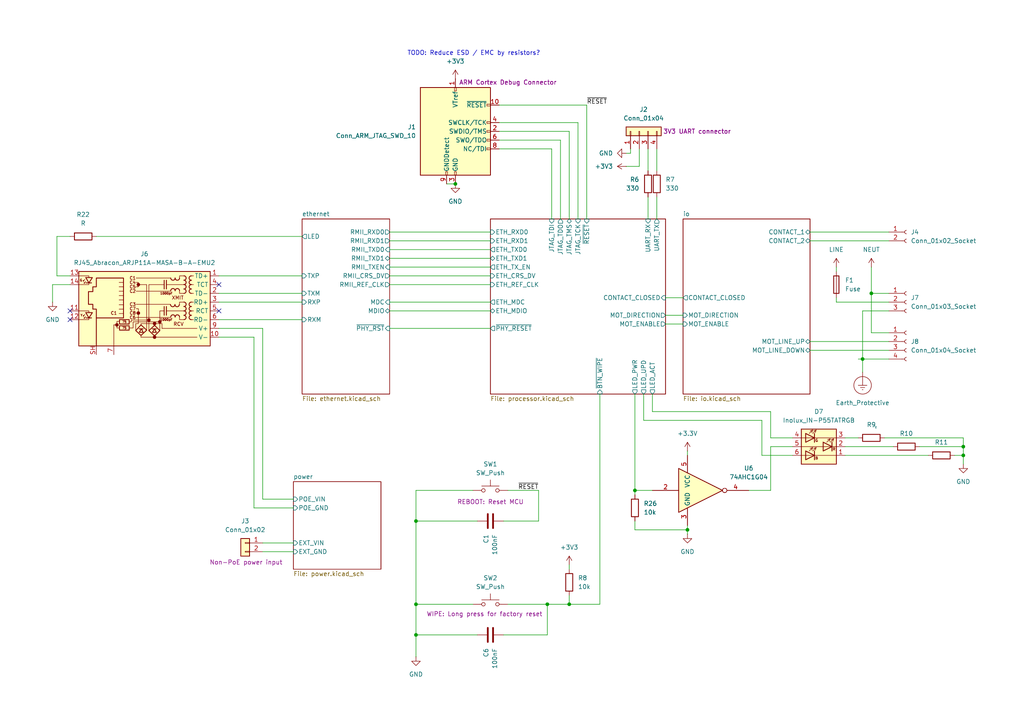
<source format=kicad_sch>
(kicad_sch (version 20250114) (generator "eeschema") (generator_version "9.0")
  (paper "A4")
  (title_block (title "iot-contact"))
  (lib_symbols
    (symbol "74xGxx:74AHC1G04"
      (property "Reference" "U" (at -2.54 3.81 0))
      (property "Value" "74AHC1G04" (at 0 -3.81 0))
      (symbol "74AHC1G04_0_1"
        (polyline (pts (xy -7.62 6.35) (xy -7.62 -6.35) (xy 5.08 0) (xy -7.62 6.35)) (stroke (width 0.254)) (fill (type background)))
      )
      (symbol "74AHC1G04_1_1"
        (pin input line (at -15.24 0 0) (length 7.62) (name "~") (number "2"))
        (pin power_in line (at -5.08 10.16 270) (length 5.08) (name "VCC") (number "5"))
        (pin power_in line (at -5.08 -10.16 90) (length 5.08) (name "GND") (number "3"))
        (pin output inverted (at 12.7 0 180) (length 7.62) (name "~") (number "4"))
      )
    )
    (symbol "Connector:Conn_01x02_Socket" (pin_names (offset 1.016) (hide yes))
      (property "Reference" "J" (at 0 2.54 0))
      (property "Value" "Conn_01x02_Socket" (at 0 -5.08 0))
      (symbol "Conn_01x02_Socket_1_1"
        (polyline (pts (xy -1.27 0) (xy -0.508 0)) (stroke (width 0.1524)))
        (polyline (pts (xy -1.27 -2.54) (xy -0.508 -2.54)) (stroke (width 0.1524)))
        (arc (start 0 -0.508) (mid -0.5058 0) (end 0 0.508) (stroke (width 0.1524)))
        (arc (start 0 -3.048) (mid -0.5058 -2.54) (end 0 -2.032) (stroke (width 0.1524)))
        (pin passive line (at -5.08 0 0) (length 3.81) (name "Pin_1") (number "1"))
        (pin passive line (at -5.08 -2.54 0) (length 3.81) (name "Pin_2") (number "2"))
      )
    )
    (symbol "Connector:Conn_01x03_Socket" (pin_names (offset 1.016) (hide yes))
      (property "Reference" "J" (at 0 5.08 0))
      (property "Value" "Conn_01x03_Socket" (at 0 -5.08 0))
      (symbol "Conn_01x03_Socket_1_1"
        (polyline (pts (xy -1.27 2.54) (xy -0.508 2.54)) (stroke (width 0.1524)))
        (polyline (pts (xy -1.27 0) (xy -0.508 0)) (stroke (width 0.1524)))
        (polyline (pts (xy -1.27 -2.54) (xy -0.508 -2.54)) (stroke (width 0.1524)))
        (arc (start 0 2.032) (mid -0.5058 2.54) (end 0 3.048) (stroke (width 0.1524)))
        (arc (start 0 -0.508) (mid -0.5058 0) (end 0 0.508) (stroke (width 0.1524)))
        (arc (start 0 -3.048) (mid -0.5058 -2.54) (end 0 -2.032) (stroke (width 0.1524)))
        (pin passive line (at -5.08 2.54 0) (length 3.81) (name "Pin_1") (number "1"))
        (pin passive line (at -5.08 0 0) (length 3.81) (name "Pin_2") (number "2"))
        (pin passive line (at -5.08 -2.54 0) (length 3.81) (name "Pin_3") (number "3"))
      )
    )
    (symbol "Connector:Conn_01x04_Socket" (pin_names (offset 1.016) (hide yes))
      (property "Reference" "J" (at 0 5.08 0))
      (property "Value" "Conn_01x04_Socket" (at 0 -7.62 0))
      (symbol "Conn_01x04_Socket_1_1"
        (polyline (pts (xy -1.27 2.54) (xy -0.508 2.54)) (stroke (width 0.1524)))
        (polyline (pts (xy -1.27 0) (xy -0.508 0)) (stroke (width 0.1524)))
        (polyline (pts (xy -1.27 -2.54) (xy -0.508 -2.54)) (stroke (width 0.1524)))
        (polyline (pts (xy -1.27 -5.08) (xy -0.508 -5.08)) (stroke (width 0.1524)))
        (arc (start 0 2.032) (mid -0.5058 2.54) (end 0 3.048) (stroke (width 0.1524)))
        (arc (start 0 -0.508) (mid -0.5058 0) (end 0 0.508) (stroke (width 0.1524)))
        (arc (start 0 -3.048) (mid -0.5058 -2.54) (end 0 -2.032) (stroke (width 0.1524)))
        (arc (start 0 -5.588) (mid -0.5058 -5.08) (end 0 -4.572) (stroke (width 0.1524)))
        (pin passive line (at -5.08 2.54 0) (length 3.81) (name "Pin_1") (number "1"))
        (pin passive line (at -5.08 0 0) (length 3.81) (name "Pin_2") (number "2"))
        (pin passive line (at -5.08 -2.54 0) (length 3.81) (name "Pin_3") (number "3"))
        (pin passive line (at -5.08 -5.08 0) (length 3.81) (name "Pin_4") (number "4"))
      )
    )
    (symbol "Connector:Conn_ARM_JTAG_SWD_10" (pin_names (offset 1.016))
      (property "Reference" "J" (at -2.54 16.51 0))
      (property "Value" "Conn_ARM_JTAG_SWD_10" (at -2.54 13.97 0))
      (symbol "Conn_ARM_JTAG_SWD_10_0_1"
        (rectangle (start -10.16 12.7) (end 10.16 -12.7) (stroke (width 0.254)) (fill (type background)))
        (rectangle (start -2.794 -12.7) (end -2.286 -11.684))
        (rectangle (start -0.254 12.7) (end 0.254 11.684))
        (rectangle (start -0.254 -12.7) (end 0.254 -11.684))
        (rectangle (start 9.144 2.286) (end 10.16 2.794))
        (rectangle (start 10.16 7.874) (end 9.144 7.366))
        (rectangle (start 10.16 -0.254) (end 9.144 0.254))
        (rectangle (start 10.16 -2.794) (end 9.144 -2.286))
      )
      (symbol "Conn_ARM_JTAG_SWD_10_1_1"
        (rectangle (start 9.144 -5.334) (end 10.16 -4.826))
        (pin no_connect line (at -10.16 0 0) (length 2.54) (hide yes) (name "KEY") (number "7"))
        (pin passive line (at -2.54 -15.24 90) (length 2.54) (name "GNDDetect") (number "9"))
        (pin power_in line (at 0 15.24 270) (length 2.54) (name "VTref") (number "1"))
        (pin power_in line (at 0 -15.24 90) (length 2.54) (name "GND") (number "3"))
        (pin passive line (at 0 -15.24 90) (length 2.54) (hide yes) (name "GND") (number "5"))
        (pin open_collector line (at 12.7 7.62 180) (length 2.54) (name "~{RESET}") (number "10"))
        (pin output line (at 12.7 2.54 180) (length 2.54) (name "SWCLK/TCK") (number "4"))
        (pin bidirectional line (at 12.7 0 180) (length 2.54) (name "SWDIO/TMS") (number "2"))
        (pin input line (at 12.7 -2.54 180) (length 2.54) (name "SWO/TDO") (number "6"))
        (pin output line (at 12.7 -5.08 180) (length 2.54) (name "NC/TDI") (number "8"))
      )
    )
    (symbol "Connector:RJ45_Abracon_ARJP11A-MASA-B-A-EMU2"
      (property "Reference" "J" (at 18.415 12.7 0))
      (property "Value" "RJ45_Abracon_ARJP11A-MASA-B-A-EMU2" (at -4.445 12.7 0))
      (symbol "RJ45_Abracon_ARJP11A-MASA-B-A-EMU2_0_0"
        (polyline (pts (xy -5.08 8.89) (xy -5.08 6.35)) (stroke (width 0.254)))
        (polyline (pts (xy -5.08 1.27) (xy -5.08 -1.27)) (stroke (width 0.254)))
        (polyline (pts (xy -4.445 8.89) (xy -4.445 6.35)) (stroke (width 0.254)))
        (polyline (pts (xy -4.445 1.27) (xy -4.445 -1.27)) (stroke (width 0.254)))
        (circle (center -3.175 -3.175) (radius 0.0001) (stroke (width 0.508)))
        (circle (center -1.651 -3.683) (radius 0.0001) (stroke (width 0.508)))
        (circle (center -1.651 -7.62) (radius 0.0001) (stroke (width 0.508)))
        (circle (center 0 -2.667) (radius 0.0001) (stroke (width 0.508)))
        (circle (center 3.048 7.62) (radius 0.0001) (stroke (width 0.508)))
        (circle (center 3.048 -0.635) (radius 0.0001) (stroke (width 0.508)))
        (polyline (pts (xy 3.683 8.255) (xy 3.048 8.255) (xy 3.048 6.985) (xy 3.683 6.985)))
        (polyline (pts (xy 3.683 0.635) (xy 3.048 0.635) (xy 3.048 -0.635) (xy 3.683 -0.635)))
        (polyline (pts (xy 8.636 -4.953) (xy 9.271 -4.953) (xy 9.271 -3.048) (xy 8.636 -3.048)))
        (polyline (pts (xy 9.271 -4.064) (xy 10.16 -4.064)))
        (circle (center 9.271 -4.064) (radius 0.0001) (stroke (width 0.508)))
        (polyline (pts (xy 17.399 9.652) (xy 17.399 10.16) (xy 20.32 10.16)))
        (polyline (pts (xy 17.399 -0.508) (xy 17.399 0) (xy 20.32 0)))
        (polyline (pts (xy 20.32 7.62) (xy 17.399 7.62) (xy 17.399 8.128)))
        (polyline (pts (xy 20.32 -2.54) (xy 17.399 -2.54) (xy 17.399 -2.032)))
        (text "XMIT" (at -10.16 3.81 0) (effects (font (size 1.016 1.016)) (justify left)))
        (text "RCV" (at -10.16 -3.81 0) (effects (font (size 1.016 1.016)) (justify left)))
        (text "C1" (at 4.699 9.525 0) (effects (font (size 0.889 0.889))))
        (text "C4" (at 4.699 8.255 0) (effects (font (size 0.889 0.889))))
        (text "C5" (at 4.699 6.985 0) (effects (font (size 0.889 0.889))))
        (text "C2" (at 4.699 5.715 0) (effects (font (size 0.889 0.889))))
        (text "C3" (at 4.699 1.905 0) (effects (font (size 0.889 0.889))))
        (text "C7" (at 4.699 0.635 0) (effects (font (size 0.889 0.889))))
        (text "C8" (at 4.699 -0.635 0) (effects (font (size 0.889 0.889))))
        (text "C6" (at 4.699 -1.905 0) (effects (font (size 0.889 0.889))))
        (text "C1" (at 10.16 -0.635 0) (effects (font (size 0.889 0.889))))
      )
      (symbol "RJ45_Abracon_ARJP11A-MASA-B-A-EMU2_0_1"
        (rectangle (start -17.78 11.43) (end 20.32 -10.16) (stroke (width 0.254)) (fill (type background)))
        (polyline (pts (xy -12.3163 10.16) (xy -12.9513 10.16)))
        (polyline (pts (xy -12.3163 7.62) (xy -12.9513 7.62)))
        (polyline (pts (xy -12.3163 5.08) (xy -12.9513 5.08)))
        (polyline (pts (xy -12.3163 2.54) (xy -12.9513 2.54)))
        (polyline (pts (xy -12.3163 0) (xy -12.9513 0)))
        (polyline (pts (xy -12.3163 -2.54) (xy -12.9513 -2.54)))
        (polyline (pts (xy -10.16 10.16) (xy -8.89 10.16) (xy -8.89 9.525)))
        (polyline (pts (xy -10.16 2.54) (xy -8.89 2.54) (xy -8.89 1.905)))
        (polyline (pts (xy -8.89 5.715) (xy -8.89 5.08) (xy -10.16 5.08)))
        (polyline (pts (xy -8.89 -1.905) (xy -8.89 -2.54) (xy -10.16 -2.54)))
        (polyline (pts (xy -6.35 9.525) (xy 3.683 9.525)))
        (polyline (pts (xy -6.35 5.715) (xy 3.683 5.715)))
        (polyline (pts (xy -6.35 -1.905) (xy 3.683 -1.905)))
        (polyline (pts (xy -6.223 1.905) (xy 3.683 1.905)))
        (polyline (pts (xy -5.08 7.62) (xy -10.16 7.62)))
        (polyline (pts (xy -5.08 0) (xy -10.16 0)))
        (polyline (pts (xy -4.445 7.62) (xy 0 7.62) (xy 0 -5.715)))
        (polyline (pts (xy -4.445 0) (xy -3.175 0) (xy -3.175 -5.715)))
        (polyline (pts (xy 7.366 5.715) (xy 8.636 5.715)))
        (polyline (pts (xy 7.366 4.445) (xy 8.636 4.445)))
        (polyline (pts (xy 7.366 3.175) (xy 8.636 3.175)))
        (polyline (pts (xy 7.366 1.778) (xy 8.636 1.778)))
        (polyline (pts (xy 7.366 0.508) (xy 8.636 0.508)))
        (polyline (pts (xy 8.636 8.255) (xy 7.366 8.255)))
        (polyline (pts (xy 8.636 6.985) (xy 7.366 6.985)))
        (polyline (pts (xy 8.636 -0.762) (xy 7.366 -0.762)))
      )
      (symbol "RJ45_Abracon_ARJP11A-MASA-B-A-EMU2_1_0"
        (text "1000pF" (at -5.08 5.08 0) (effects (font (size 0.635 0.635))))
        (text "1000pF" (at -5.08 -2.54 0) (effects (font (size 0.635 0.635))))
      )
      (symbol "RJ45_Abracon_ARJP11A-MASA-B-A-EMU2_1_1"
        (polyline (pts (xy -13.97 -5.08) (xy -3.81 -5.08)))
        (polyline (pts (xy -13.97 -7.62) (xy 2.286 -7.62)))
        (arc (start -12.3163 2.54) (mid -11.684 1.905) (end -12.3163 1.27) (stroke (width 0.254)))
        (arc (start -12.3136 10.16) (mid -11.6813 9.525) (end -12.3136 8.89) (stroke (width 0.254)))
        (arc (start -12.3136 1.27) (mid -11.6813 0.635) (end -12.3136 0) (stroke (width 0.254)))
        (arc (start -12.3136 0) (mid -11.6813 -0.635) (end -12.3136 -1.27) (stroke (width 0.254)))
        (arc (start -12.3136 -1.27) (mid -11.6813 -1.905) (end -12.3136 -2.54) (stroke (width 0.254)))
        (arc (start -12.3109 8.89) (mid -11.6786 8.255) (end -12.3109 7.62) (stroke (width 0.254)))
        (arc (start -12.3109 7.62) (mid -11.6786 6.985) (end -12.3109 6.35) (stroke (width 0.254)))
        (arc (start -12.3109 6.35) (mid -11.6786 5.715) (end -12.3109 5.08) (stroke (width 0.254)))
        (arc (start -10.1654 8.89) (mid -10.7977 9.525) (end -10.1654 10.16) (stroke (width 0.254)))
        (arc (start -10.1654 7.62) (mid -10.7977 8.255) (end -10.1654 8.89) (stroke (width 0.254)))
        (arc (start -10.1654 6.35) (mid -10.7977 6.985) (end -10.1654 7.62) (stroke (width 0.254)))
        (arc (start -10.1654 1.27) (mid -10.7977 1.905) (end -10.1654 2.54) (stroke (width 0.254)))
        (arc (start -10.1654 0) (mid -10.7977 0.635) (end -10.1654 1.27) (stroke (width 0.254)))
        (arc (start -10.1654 -1.27) (mid -10.7977 -0.635) (end -10.1654 0) (stroke (width 0.254)))
        (arc (start -10.1627 5.08) (mid -10.795 5.715) (end -10.1627 6.35) (stroke (width 0.254)))
        (arc (start -10.1627 -2.54) (mid -10.795 -1.905) (end -10.1627 -1.27) (stroke (width 0.254)))
        (arc (start -7.62 9.5223) (mid -8.255 8.89) (end -8.89 9.5223) (stroke (width 0.254)))
        (arc (start -8.89 5.8447) (mid -8.255 6.477) (end -7.62 5.8447) (stroke (width 0.254)))
        (arc (start -8.89 -1.7753) (mid -8.255 -1.143) (end -7.62 -1.7753) (stroke (width 0.254)))
        (arc (start -7.5565 1.8388) (mid -8.1915 1.2065) (end -8.8265 1.8388) (stroke (width 0.254)))
        (arc (start -6.35 9.525) (mid -6.985 8.8927) (end -7.62 9.525) (stroke (width 0.254)))
        (arc (start -7.62 5.8474) (mid -6.985 6.4797) (end -6.35 5.8474) (stroke (width 0.254)))
        (arc (start -7.62 -1.7726) (mid -6.985 -1.1403) (end -6.35 -1.7726) (stroke (width 0.254)))
        (arc (start -6.2865 1.8415) (mid -6.9215 1.2092) (end -7.5565 1.8415) (stroke (width 0.254)))
        (polyline (pts (xy -3.81 -5.08) (xy -3.81 -3.683) (xy -1.651 -3.683)))
        (polyline (pts (xy -2.159 -5.207) (xy -1.016 -5.207)) (stroke (width 0.254)))
        (polyline (pts (xy -2.159 -6.223) (xy -1.016 -6.223) (xy -1.651 -5.207) (xy -2.159 -6.223)) (stroke (width 0.254)))
        (polyline (pts (xy -1.905 -3.683) (xy -1.651 -3.683) (xy -1.651 -4.191)))
        (polyline (pts (xy -1.651 -3.683) (xy 2.286 -3.683) (xy 2.286 -4.064)))
        (polyline (pts (xy -1.651 -4.191) (xy -3.175 -5.715) (xy -1.651 -7.239) (xy 0 -5.715) (xy -1.651 -4.191)) (stroke (width 0.254)))
        (polyline (pts (xy -1.651 -7.239) (xy -1.651 -7.493)))
        (polyline (pts (xy 1.651 -5.207) (xy 2.794 -5.207)) (stroke (width 0.254)))
        (polyline (pts (xy 1.651 -6.223) (xy 2.794 -6.223) (xy 2.159 -5.207) (xy 1.651 -6.223)) (stroke (width 0.254)))
        (polyline (pts (xy 2.286 -4.064) (xy 0.635 -5.588) (xy 2.286 -7.112) (xy 3.81 -5.715) (xy 2.286 -4.064)) (stroke (width 0.254)))
        (polyline (pts (xy 2.286 -7.112) (xy 2.286 -7.62)))
        (polyline (pts (xy 3.048 7.62) (xy 0.635 7.62) (xy 0.635 -5.588)))
        (polyline (pts (xy 3.048 -0.508) (xy 3.048 -3.683) (xy 3.81 -3.683) (xy 3.81 -5.715)))
        (polyline (pts (xy 5.715 -3.175) (xy 5.08 -3.175) (xy 5.08 -2.667) (xy 0 -2.667)))
        (polyline (pts (xy 5.715 -4.953) (xy 4.572 -4.953) (xy 4.572 -3.175) (xy -3.175 -3.175)))
        (polyline (pts (xy 7.366 -2.032) (xy 7.366 9.525) (xy 15.24 9.525) (xy 15.24 6.985) (xy 16.256 6.985) (xy 16.256 5.588) (xy 17.526 5.588) (xy 17.526 1.905) (xy 16.256 1.905) (xy 16.256 0.508) (xy 15.24 0.508) (xy 15.24 -2.032) (xy 7.366 -2.032)) (stroke (width 0.254)))
        (rectangle (start 8.509 -3.81) (end 5.715 -2.54) (stroke (width 0.254)))
        (rectangle (start 8.509 -5.588) (end 5.715 -4.318) (stroke (width 0.254)))
        (polyline (pts (xy 10.16 -4.064) (xy 10.16 -10.16)))
        (polyline (pts (xy 15.24 -10.16) (xy 15.24 -2.032)) (stroke (width 0.254)))
        (polyline (pts (xy 18.161 8.128) (xy 16.637 8.128)) (stroke (width 0.254)))
        (polyline (pts (xy 18.161 -2.032) (xy 16.637 -2.032)) (stroke (width 0.254)))
        (polyline (pts (xy 18.288 9.652) (xy 16.383 9.652) (xy 17.399 8.128) (xy 18.288 9.652)) (stroke (width 0.254)))
        (polyline (pts (xy 18.288 8.509) (xy 18.796 8.001) (xy 18.542 8.001)))
        (polyline (pts (xy 18.288 -0.508) (xy 16.383 -0.508) (xy 17.399 -2.032) (xy 18.288 -0.508)) (stroke (width 0.254)))
        (polyline (pts (xy 18.288 -1.651) (xy 18.796 -2.159) (xy 18.542 -2.159)))
        (polyline (pts (xy 18.542 9.144) (xy 19.05 8.636) (xy 18.796 8.636)))
        (polyline (pts (xy 18.542 -1.016) (xy 19.05 -1.524) (xy 18.796 -1.524)))
        (polyline (pts (xy 18.796 8.001) (xy 18.796 8.255)))
        (polyline (pts (xy 18.796 -2.159) (xy 18.796 -1.905)))
        (polyline (pts (xy 19.05 8.636) (xy 19.05 8.89)))
        (polyline (pts (xy 19.05 -1.524) (xy 19.05 -1.27)))
        (text "75" (at 7.112 -3.175 0) (effects (font (size 0.635 0.635))))
        (text "75" (at 7.112 -4.953 0) (effects (font (size 0.635 0.635))))
        (text "Y" (at 19.558 -1.27 0) (effects (font (size 0.635 0.635))))
        (text "G" (at 19.685 8.89 0) (effects (font (size 0.635 0.635))))
        (pin passive line (at -20.32 10.16 0) (length 2.54) (name "TD+") (number "1"))
        (pin passive line (at -20.32 7.62 0) (length 2.54) (name "TCT") (number "4"))
        (pin passive line (at -20.32 5.08 0) (length 2.54) (name "TD-") (number "2"))
        (pin passive line (at -20.32 2.54 0) (length 2.54) (name "RD+") (number "3"))
        (pin passive line (at -20.32 0 0) (length 2.54) (name "RCT") (number "5"))
        (pin passive line (at -20.32 -2.54 0) (length 2.54) (name "RD-") (number "6"))
        (pin power_out line (at -20.32 -5.08 0) (length 2.54) (name "V+") (number "9"))
        (pin power_out line (at -20.32 -7.62 0) (length 2.54) (name "V-") (number "10"))
        (pin power_in line (at 10.16 -12.7 90) (length 2.54) (name "") (number "7"))
        (pin passive line (at 15.24 -12.7 90) (length 2.54) (name "") (number "SH"))
        (pin no_connect line (at 20.32 5.08 0) (length 0) (hide yes) (name "NC") (number "8"))
        (pin passive line (at 22.86 10.16 180) (length 2.54) (name "") (number "13"))
        (pin passive line (at 22.86 7.62 180) (length 2.54) (name "") (number "14"))
        (pin passive line (at 22.86 0 180) (length 2.54) (name "") (number "11"))
        (pin passive line (at 22.86 -2.54 180) (length 2.54) (name "") (number "12"))
      )
    )
    (symbol "Connector_Generic:Conn_01x02" (pin_names (offset 1.016) (hide yes))
      (property "Reference" "J" (at 0 2.54 0))
      (property "Value" "Conn_01x02" (at 0 -5.08 0))
      (symbol "Conn_01x02_1_1"
        (rectangle (start -1.27 1.27) (end 1.27 -3.81) (stroke (width 0.254)) (fill (type background)))
        (rectangle (start -1.27 0.127) (end 0 -0.127) (stroke (width 0.1524)))
        (rectangle (start -1.27 -2.413) (end 0 -2.667) (stroke (width 0.1524)))
        (pin passive line (at -5.08 0 0) (length 3.81) (name "Pin_1") (number "1"))
        (pin passive line (at -5.08 -2.54 0) (length 3.81) (name "Pin_2") (number "2"))
      )
    )
    (symbol "Connector_Generic:Conn_01x04" (pin_names (offset 1.016) (hide yes))
      (property "Reference" "J" (at 0 5.08 0))
      (property "Value" "Conn_01x04" (at 0 -7.62 0))
      (symbol "Conn_01x04_1_1"
        (rectangle (start -1.27 3.81) (end 1.27 -6.35) (stroke (width 0.254)) (fill (type background)))
        (rectangle (start -1.27 2.667) (end 0 2.413) (stroke (width 0.1524)))
        (rectangle (start -1.27 0.127) (end 0 -0.127) (stroke (width 0.1524)))
        (rectangle (start -1.27 -2.413) (end 0 -2.667) (stroke (width 0.1524)))
        (rectangle (start -1.27 -4.953) (end 0 -5.207) (stroke (width 0.1524)))
        (pin passive line (at -5.08 2.54 0) (length 3.81) (name "Pin_1") (number "1"))
        (pin passive line (at -5.08 0 0) (length 3.81) (name "Pin_2") (number "2"))
        (pin passive line (at -5.08 -2.54 0) (length 3.81) (name "Pin_3") (number "3"))
        (pin passive line (at -5.08 -5.08 0) (length 3.81) (name "Pin_4") (number "4"))
      )
    )
    (symbol "Device:C" (pin_numbers (hide yes)) (pin_names (offset 0.254))
      (property "Reference" "C" (at 0.635 2.54 0))
      (property "Value" "C" (at 0.635 -2.54 0))
      (symbol "C_0_1"
        (polyline (pts (xy -2.032 0.762) (xy 2.032 0.762)) (stroke (width 0.508)))
        (polyline (pts (xy -2.032 -0.762) (xy 2.032 -0.762)) (stroke (width 0.508)))
      )
      (symbol "C_1_1"
        (pin passive line (at 0 3.81 270) (length 2.794) (name "~") (number "1"))
        (pin passive line (at 0 -3.81 90) (length 2.794) (name "~") (number "2"))
      )
    )
    (symbol "Device:Fuse" (pin_numbers (hide yes)) (pin_names (offset 0))
      (property "Reference" "F" (at 2.032 0 90))
      (property "Value" "Fuse" (at -1.905 0 90))
      (symbol "Fuse_0_1"
        (rectangle (start -0.762 -2.54) (end 0.762 2.54) (stroke (width 0.254)))
        (polyline (pts (xy 0 2.54) (xy 0 -2.54)))
      )
      (symbol "Fuse_1_1"
        (pin passive line (at 0 3.81 270) (length 1.27) (name "~") (number "1"))
        (pin passive line (at 0 -3.81 90) (length 1.27) (name "~") (number "2"))
      )
    )
    (symbol "Device:R" (pin_numbers (hide yes)) (pin_names (offset 0))
      (property "Reference" "R" (at 2.032 0 90))
      (property "Value" "R" (at 0 0 90))
      (symbol "R_0_1"
        (rectangle (start -1.016 -2.54) (end 1.016 2.54) (stroke (width 0.254)))
      )
      (symbol "R_1_1"
        (pin passive line (at 0 3.81 270) (length 1.27) (name "~") (number "1"))
        (pin passive line (at 0 -3.81 90) (length 1.27) (name "~") (number "2"))
      )
    )
    (symbol "LED:Inolux_IN-P55TATRGB" (pin_names (hide yes))
      (property "Reference" "D" (at -5.08 6.35 0))
      (property "Value" "Inolux_IN-P55TATRGB" (at -5.08 -6.35 0))
      (symbol "Inolux_IN-P55TATRGB_0_0"
        (text "B" (at -0.635 -3.3274 0) (effects (font (size 0.762 0.762))))
      )
      (symbol "Inolux_IN-P55TATRGB_0_1"
        (rectangle (start -5.08 5.08) (end 5.08 -5.08) (stroke (width 0.254)) (fill (type background)))
        (polyline (pts (xy -5.08 2.54) (xy 5.08 2.54)))
        (polyline (pts (xy -5.08 0) (xy 5.08 0)))
        (polyline (pts (xy -5.08 -2.54) (xy 5.08 -2.54)))
        (polyline (pts (xy -3.81 3.81) (xy -3.81 1.27) (xy -1.27 2.54) (xy -3.81 3.81)) (stroke (width 0.254)))
        (polyline (pts (xy -3.81 -1.27) (xy -3.81 -3.81) (xy -1.27 -2.54) (xy -3.81 -1.27)) (stroke (width 0.254)))
        (polyline (pts (xy -2.794 3.81) (xy -1.778 4.826)))
        (polyline (pts (xy -2.794 -1.27) (xy -1.778 -0.254)))
        (polyline (pts (xy -2.54 4.572) (xy -1.778 4.826) (xy -2.032 4.064)))
        (polyline (pts (xy -2.032 -1.016) (xy -1.778 -0.254) (xy -2.54 -0.508)))
        (polyline (pts (xy -1.778 3.81) (xy -0.762 4.826)))
        (polyline (pts (xy -1.778 -1.27) (xy -0.762 -0.254)))
        (polyline (pts (xy -1.524 4.572) (xy -0.762 4.826) (xy -1.016 4.064)))
        (polyline (pts (xy -1.524 -0.508) (xy -0.762 -0.254) (xy -1.016 -1.016)))
        (polyline (pts (xy -1.27 3.81) (xy -1.27 1.27)) (stroke (width 0.254)))
        (polyline (pts (xy -1.27 -1.27) (xy -1.27 -3.81)) (stroke (width 0.254)))
        (polyline (pts (xy 1.27 1.27) (xy 1.27 -1.27) (xy 3.81 0) (xy 1.27 1.27)) (stroke (width 0.254)))
        (polyline (pts (xy 2.286 1.27) (xy 3.302 2.286)))
        (polyline (pts (xy 3.048 1.524) (xy 3.302 2.286) (xy 2.54 2.032)))
        (polyline (pts (xy 3.302 1.27) (xy 4.318 2.286)))
        (polyline (pts (xy 3.556 2.032) (xy 4.318 2.286) (xy 4.064 1.524)))
        (polyline (pts (xy 3.81 1.27) (xy 3.81 -1.27)) (stroke (width 0.254)))
      )
      (symbol "Inolux_IN-P55TATRGB_1_0"
        (text "G" (at -0.635 1.8034 0) (effects (font (size 0.762 0.762))))
        (text "R" (at 4.4196 -0.7112 0) (effects (font (size 0.762 0.762))))
      )
      (symbol "Inolux_IN-P55TATRGB_1_1"
        (pin passive line (at -7.62 2.54 0) (length 2.54) (name "AG") (number "4"))
        (pin passive line (at -7.62 0 0) (length 2.54) (name "AR") (number "5"))
        (pin passive line (at -7.62 -2.54 0) (length 2.54) (name "AB") (number "6"))
        (pin passive line (at 7.62 2.54 180) (length 2.54) (name "KG") (number "3"))
        (pin passive line (at 7.62 0 180) (length 2.54) (name "KR") (number "2"))
        (pin passive line (at 7.62 -2.54 180) (length 2.54) (name "KB") (number "1"))
      )
    )
    (symbol "Switch:SW_Push" (pin_numbers (hide yes)) (pin_names (offset 1.016) (hide yes))
      (property "Reference" "SW" (at 1.27 2.54 0))
      (property "Value" "SW_Push" (at 0 -1.524 0))
      (symbol "SW_Push_0_1"
        (circle (center -2.032 0) (radius 0.508))
        (polyline (pts (xy 0 1.27) (xy 0 3.048)))
        (circle (center 2.032 0) (radius 0.508))
        (polyline (pts (xy 2.54 1.27) (xy -2.54 1.27)))
        (pin passive line (at -5.08 0 0) (length 2.54) (name "1") (number "1"))
        (pin passive line (at 5.08 0 180) (length 2.54) (name "2") (number "2"))
      )
    )
    (symbol "power:+3.3V" (power) (pin_numbers (hide yes)) (pin_names (offset 0) (hide yes))
      (property "Value" "+3.3V" (at 0 3.556 0))
      (symbol "+3.3V_0_1"
        (polyline (pts (xy -0.762 1.27) (xy 0 2.54)))
        (polyline (pts (xy 0 2.54) (xy 0.762 1.27)))
        (polyline (pts (xy 0 0) (xy 0 2.54)))
      )
      (symbol "+3.3V_1_1"
        (pin power_in line (at 0 0 90) (length 0) (name "~") (number "1"))
      )
    )
    (symbol "power:+3V3" (power) (pin_numbers (hide yes)) (pin_names (offset 0) (hide yes))
      (property "Value" "+3V3" (at 0 3.556 0))
      (symbol "+3V3_0_1"
        (polyline (pts (xy -0.762 1.27) (xy 0 2.54)))
        (polyline (pts (xy 0 2.54) (xy 0.762 1.27)))
        (polyline (pts (xy 0 0) (xy 0 2.54)))
      )
      (symbol "+3V3_1_1"
        (pin power_in line (at 0 0 90) (length 0) (name "~") (number "1"))
      )
    )
    (symbol "power:Earth_Protective" (power) (pin_numbers (hide yes)) (pin_names (offset 0) (hide yes))
      (property "Value" "Earth_Protective" (at 0 -7.62 0))
      (symbol "Earth_Protective_0_1"
        (polyline (pts (xy -0.635 -4.445) (xy 0.635 -4.445)))
        (polyline (pts (xy -0.127 -5.08) (xy 0.127 -5.08)))
        (polyline (pts (xy 0 -3.81) (xy 0 0)))
        (circle (center 0 -3.81) (radius 2.54))
        (polyline (pts (xy 1.27 -3.81) (xy -1.27 -3.81)))
      )
      (symbol "Earth_Protective_1_1"
        (pin power_in line (at 0 0 270) (length 0) (name "~") (number "1"))
      )
    )
    (symbol "power:GND" (power) (pin_numbers (hide yes)) (pin_names (offset 0) (hide yes))
      (property "Value" "GND" (at 0 -3.81 0))
      (symbol "GND_0_1"
        (polyline (pts (xy 0 0) (xy 0 -1.27) (xy 1.27 -1.27) (xy 0 -2.54) (xy -1.27 -1.27) (xy 0 -1.27)))
      )
      (symbol "GND_1_1"
        (pin power_in line (at 0 0 270) (length 0) (name "~") (number "1"))
      )
    )
    (symbol "power:LINE" (power) (pin_numbers (hide yes)) (pin_names (offset 0) (hide yes))
      (property "Value" "LINE" (at 0 3.556 0))
      (symbol "LINE_0_1"
        (polyline (pts (xy -0.762 1.27) (xy 0 2.54)))
        (polyline (pts (xy 0 2.54) (xy 0.762 1.27)))
        (polyline (pts (xy 0 0) (xy 0 2.54)))
      )
      (symbol "LINE_1_1"
        (pin power_in line (at 0 0 90) (length 0) (name "~") (number "1"))
      )
    )
    (symbol "power:NEUT" (power) (pin_numbers (hide yes)) (pin_names (offset 0) (hide yes))
      (property "Value" "NEUT" (at 0 3.556 0))
      (symbol "NEUT_0_1"
        (polyline (pts (xy -0.762 1.27) (xy 0 2.54)))
        (polyline (pts (xy 0 2.54) (xy 0.762 1.27)))
        (polyline (pts (xy 0 0) (xy 0 2.54)))
      )
      (symbol "NEUT_1_1"
        (pin power_in line (at 0 0 90) (length 0) (name "~") (number "1"))
      )
    )
  )
  (text "TODO: Reduce ESD / EMC by resistors?" (at 137.414 15.494 0) (effects (font (size 1.27 1.27))))
  (junction (at 199.39 153.67))
  (junction (at 120.65 184.15))
  (junction (at 250.19 104.14))
  (junction (at 120.65 175.26))
  (junction (at 279.4 129.54))
  (junction (at 165.1 175.26))
  (junction (at 184.15 142.24))
  (junction (at 120.65 151.13))
  (junction (at 158.75 175.26))
  (junction (at 279.4 132.08))
  (junction (at 252.73 85.09))
  (junction (at 132.08 53.34))
  (no_connect (at 63.5 90.17))
  (no_connect (at 63.5 82.55))
  (no_connect (at 20.32 90.17))
  (no_connect (at 20.32 92.71))
  (wire (pts (xy 162.56 40.64) (xy 162.56 63.5)))
  (wire (pts (xy 184.15 142.24) (xy 189.23 142.24)))
  (wire (pts (xy 190.5 57.15) (xy 190.5 63.5)))
  (wire (pts (xy 220.98 121.92) (xy 220.98 132.08)))
  (wire (pts (xy 120.65 175.26) (xy 137.16 175.26)))
  (wire (pts (xy 120.65 175.26) (xy 120.65 184.15)))
  (wire (pts (xy 234.95 99.06) (xy 257.81 99.06)))
  (wire (pts (xy 257.81 96.52) (xy 252.73 96.52)))
  (wire (pts (xy 113.03 69.85) (xy 142.24 69.85)))
  (wire (pts (xy 217.17 142.24) (xy 223.52 142.24)))
  (wire (pts (xy 223.52 127) (xy 229.87 127)))
  (wire (pts (xy 250.19 104.14) (xy 248.92 104.14)))
  (wire (pts (xy 234.95 67.31) (xy 257.81 67.31)))
  (wire (pts (xy 113.03 74.93) (xy 142.24 74.93)))
  (wire (pts (xy 266.7 129.54) (xy 279.4 129.54)))
  (wire (pts (xy 146.05 151.13) (xy 156.21 151.13)))
  (wire (pts (xy 185.42 48.26) (xy 181.61 48.26)))
  (wire (pts (xy 158.75 184.15) (xy 158.75 175.26)))
  (wire (pts (xy 245.11 127) (xy 248.92 127)))
  (wire (pts (xy 199.39 153.67) (xy 199.39 154.94)))
  (wire (pts (xy 147.32 175.26) (xy 158.75 175.26)))
  (wire (pts (xy 113.03 95.25) (xy 142.24 95.25)))
  (wire (pts (xy 220.98 132.08) (xy 229.87 132.08)))
  (wire (pts (xy 279.4 132.08) (xy 279.4 134.62)))
  (wire (pts (xy 20.32 82.55) (xy 15.24 82.55)))
  (wire (pts (xy 144.78 35.56) (xy 167.64 35.56)))
  (wire (pts (xy 165.1 175.26) (xy 158.75 175.26)))
  (wire (pts (xy 193.04 86.36) (xy 198.12 86.36)))
  (wire (pts (xy 144.78 30.48) (xy 170.18 30.48)))
  (wire (pts (xy 223.52 129.54) (xy 229.87 129.54)))
  (wire (pts (xy 170.18 30.48) (xy 170.18 63.5)))
  (wire (pts (xy 16.51 68.58) (xy 16.51 80.01)))
  (wire (pts (xy 173.99 114.3) (xy 173.99 175.26)))
  (wire (pts (xy 27.94 68.58) (xy 87.63 68.58)))
  (wire (pts (xy 120.65 142.24) (xy 120.65 151.13)))
  (wire (pts (xy 184.15 142.24) (xy 184.15 143.51)))
  (wire (pts (xy 184.15 114.3) (xy 184.15 142.24)))
  (wire (pts (xy 113.03 77.47) (xy 142.24 77.47)))
  (wire (pts (xy 223.52 119.38) (xy 223.52 127)))
  (wire (pts (xy 234.95 69.85) (xy 257.81 69.85)))
  (wire (pts (xy 186.69 114.3) (xy 186.69 121.92)))
  (wire (pts (xy 129.54 53.34) (xy 132.08 53.34)))
  (wire (pts (xy 189.23 119.38) (xy 223.52 119.38)))
  (wire (pts (xy 16.51 80.01) (xy 20.32 80.01)))
  (wire (pts (xy 144.78 40.64) (xy 162.56 40.64)))
  (wire (pts (xy 279.4 129.54) (xy 279.4 132.08)))
  (wire (pts (xy 73.66 97.79) (xy 73.66 147.32)))
  (wire (pts (xy 184.15 153.67) (xy 199.39 153.67)))
  (wire (pts (xy 276.86 132.08) (xy 279.4 132.08)))
  (wire (pts (xy 181.61 44.45) (xy 182.88 44.45)))
  (wire (pts (xy 252.73 85.09) (xy 257.81 85.09)))
  (wire (pts (xy 199.39 152.4) (xy 199.39 153.67)))
  (wire (pts (xy 187.96 57.15) (xy 187.96 63.5)))
  (wire (pts (xy 63.5 95.25) (xy 76.2 95.25)))
  (wire (pts (xy 120.65 151.13) (xy 120.65 175.26)))
  (wire (pts (xy 63.5 92.71) (xy 87.63 92.71)))
  (wire (pts (xy 189.23 114.3) (xy 189.23 119.38)))
  (wire (pts (xy 242.57 77.47) (xy 242.57 78.74)))
  (wire (pts (xy 250.19 104.14) (xy 250.19 90.17)))
  (wire (pts (xy 185.42 43.18) (xy 185.42 48.26)))
  (wire (pts (xy 252.73 85.09) (xy 252.73 96.52)))
  (wire (pts (xy 144.78 43.18) (xy 160.02 43.18)))
  (wire (pts (xy 120.65 151.13) (xy 138.43 151.13)))
  (wire (pts (xy 223.52 142.24) (xy 223.52 129.54)))
  (wire (pts (xy 165.1 163.83) (xy 165.1 165.1)))
  (wire (pts (xy 187.96 43.18) (xy 187.96 49.53)))
  (wire (pts (xy 165.1 172.72) (xy 165.1 175.26)))
  (wire (pts (xy 182.88 44.45) (xy 182.88 43.18)))
  (wire (pts (xy 120.65 184.15) (xy 120.65 190.5)))
  (wire (pts (xy 76.2 160.02) (xy 85.09 160.02)))
  (wire (pts (xy 165.1 38.1) (xy 165.1 63.5)))
  (wire (pts (xy 113.03 67.31) (xy 142.24 67.31)))
  (wire (pts (xy 256.54 127) (xy 279.4 127)))
  (wire (pts (xy 63.5 97.79) (xy 73.66 97.79)))
  (wire (pts (xy 190.5 43.18) (xy 190.5 49.53)))
  (wire (pts (xy 193.04 91.44) (xy 198.12 91.44)))
  (wire (pts (xy 76.2 144.78) (xy 85.09 144.78)))
  (wire (pts (xy 113.03 80.01) (xy 142.24 80.01)))
  (wire (pts (xy 173.99 175.26) (xy 165.1 175.26)))
  (wire (pts (xy 167.64 35.56) (xy 167.64 63.5)))
  (wire (pts (xy 63.5 80.01) (xy 87.63 80.01)))
  (wire (pts (xy 184.15 151.13) (xy 184.15 153.67)))
  (wire (pts (xy 250.19 104.14) (xy 257.81 104.14)))
  (wire (pts (xy 250.19 107.95) (xy 250.19 104.14)))
  (wire (pts (xy 113.03 87.63) (xy 142.24 87.63)))
  (wire (pts (xy 113.03 90.17) (xy 142.24 90.17)))
  (wire (pts (xy 144.78 38.1) (xy 165.1 38.1)))
  (wire (pts (xy 250.19 90.17) (xy 257.81 90.17)))
  (wire (pts (xy 252.73 77.47) (xy 252.73 85.09)))
  (wire (pts (xy 160.02 43.18) (xy 160.02 63.5)))
  (wire (pts (xy 242.57 86.36) (xy 242.57 87.63)))
  (wire (pts (xy 76.2 157.48) (xy 85.09 157.48)))
  (wire (pts (xy 113.03 82.55) (xy 142.24 82.55)))
  (wire (pts (xy 120.65 142.24) (xy 137.16 142.24)))
  (wire (pts (xy 186.69 121.92) (xy 220.98 121.92)))
  (wire (pts (xy 245.11 129.54) (xy 259.08 129.54)))
  (wire (pts (xy 193.04 93.98) (xy 198.12 93.98)))
  (wire (pts (xy 73.66 147.32) (xy 85.09 147.32)))
  (wire (pts (xy 234.95 101.6) (xy 257.81 101.6)))
  (wire (pts (xy 279.4 127) (xy 279.4 129.54)))
  (wire (pts (xy 199.39 130.81) (xy 199.39 132.08)))
  (wire (pts (xy 147.32 142.24) (xy 156.21 142.24)))
  (wire (pts (xy 20.32 68.58) (xy 16.51 68.58)))
  (wire (pts (xy 146.05 184.15) (xy 158.75 184.15)))
  (wire (pts (xy 113.03 72.39) (xy 142.24 72.39)))
  (wire (pts (xy 242.57 87.63) (xy 257.81 87.63)))
  (wire (pts (xy 15.24 82.55) (xy 15.24 87.63)))
  (wire (pts (xy 76.2 95.25) (xy 76.2 144.78)))
  (wire (pts (xy 138.43 184.15) (xy 120.65 184.15)))
  (wire (pts (xy 63.5 85.09) (xy 87.63 85.09)))
  (wire (pts (xy 245.11 132.08) (xy 269.24 132.08)))
  (wire (pts (xy 156.21 151.13) (xy 156.21 142.24)))
  (wire (pts (xy 63.5 87.63) (xy 87.63 87.63)))
  (label "~{RESET}" (at 170.18 30.48 0))
  (label "~{RESET}" (at 156.21 142.24 180))
  (symbol (lib_id "Device:R") (at 273.05 132.08 270) (unit 1)
    (property "Reference" "R11" (at 273.05 128.27 90))
    (property "Description" "Resistor" (effects (hide yes)))
  )
  (symbol (lib_id "Connector:RJ45_Abracon_ARJP11A-MASA-B-A-EMU2") (at 43.18 90.17 0) (mirror y) (unit 1)
    (property "Reference" "J6" (at 41.91 73.66 0))
    (property "Value" "RJ45_Abracon_ARJP11A-MASA-B-A-EMU2" (at 41.91 76.2 0))
    (property "Footprint" "Connector_RJ:RJ45_Abracon_ARJP11A-MA_Horizontal" (effects (hide yes)))
    (property "Datasheet" "https://abracon.com/Magnetics/lan/ARJP11A.PDF" (effects (hide yes)))
    (property "Description" "RJ45 PoE 10/100 Base-TX Jack with Magnetic Module" (effects (hide yes)))
  )
  (symbol (lib_id "Switch:SW_Push") (at 142.24 142.24 0) (mirror y) (unit 1)
    (property "Reference" "SW1" (at 142.24 134.62 0))
    (property "Value" "SW_Push" (at 142.24 137.16 0))
    (property "Footprint" "Button_Switch_SMD:SW_SPST_TL3305B" (effects (hide yes)))
    (property "Datasheet" "https://www.e-switch.com/wp-content/uploads/2024/08/TL3305.pdf" (effects (hide yes)))
    (property "Description" "REBOOT: Reset MCU" (at 132.588 145.542 0) (effects (justify right)))
    (property "MPN" "TL3305BF260QG" (effects (hide yes)))
    (property "Manufacturer" "E-Switch" (effects (hide yes)))
  )
  (symbol (lib_id "Connector:Conn_01x04_Socket") (at 262.89 99.06 0) (unit 1)
    (property "Reference" "J8" (at 264.16 99.0599 0) (effects (justify left)))
    (property "Value" "Conn_01x04_Socket" (at 264.16 101.5999 0) (effects (justify left)))
    (property "Footprint" "TerminalBlock_WAGO:TerminalBlock_WAGO_236-404_1x04_P5.00mm_45Degree" (effects (hide yes)))
    (property "Description" "Generic connector, single row, 01x04, script generated" (effects (hide yes)))
  )
  (symbol (lib_id "Device:R") (at 190.5 53.34 0) (unit 1)
    (property "Reference" "R7" (at 193.04 52.0699 0) (effects (justify left)))
    (property "Value" "330" (at 193.04 54.6099 0) (effects (justify left)))
    (property "Description" "Resistor" (effects (hide yes)))
  )
  (symbol (lib_id "Switch:SW_Push") (at 142.24 175.26 0) (mirror y) (unit 1)
    (property "Reference" "SW2" (at 142.24 167.64 0))
    (property "Value" "SW_Push" (at 142.24 170.18 0))
    (property "Footprint" "Button_Switch_SMD:SW_SPST_TL3305B" (effects (hide yes)))
    (property "Datasheet" "https://www.e-switch.com/wp-content/uploads/2024/08/TL3305.pdf" (effects (hide yes)))
    (property "Description" "WIPE: Long press for factory reset" (at 123.698 178.054 0) (effects (justify right)))
    (property "MPN" "TL3305BF260QG" (effects (hide yes)))
    (property "Manufacturer" "E-Switch" (effects (hide yes)))
  )
  (symbol (lib_id "Connector_Generic:Conn_01x04") (at 185.42 38.1 90) (unit 1)
    (property "Reference" "J2" (at 186.69 31.75 90))
    (property "Value" "Conn_01x04" (at 186.69 34.29 90))
    (property "Footprint" "Connector_PinHeader_2.54mm:PinHeader_1x04_P2.54mm_Vertical" (effects (hide yes)))
    (property "Description" "3V3 UART connector" (at 202.184 38.1 90))
  )
  (symbol (lib_id "LED:Inolux_IN-P55TATRGB") (at 237.49 129.54 0) (unit 1)
    (property "Reference" "D7" (at 237.49 119.38 0))
    (property "Value" "Inolux_IN-P55TATRGB" (at 237.49 121.92 0))
    (property "Footprint" "LED_SMD:LED_Inolux_IN-P55TATRGB_PLCC6_5.0x5.5mm_P1.8mm" (effects (hide yes)))
    (property "Datasheet" "https://www.inolux-corp.com/datasheet/SMDLED/RGB%20Top%20View/IN-P55TATRGB.pdf" (effects (hide yes)))
    (property "Description" "Inolux RGB LED, PLCC-6" (effects (hide yes)))
  )
  (symbol (lib_id "74xGxx:74AHC1G04") (at 204.47 142.24 0) (unit 1)
    (property "Reference" "U6" (at 217.17 135.8198 0))
    (property "Value" "74AHC1G04" (at 217.17 138.3598 0))
    (property "Datasheet" "http://www.ti.com/lit/sg/scyt129e/scyt129e.pdf" (effects (hide yes)))
    (property "Description" "Single NOT Gate, Low-Voltage CMOS" (effects (hide yes)))
  )
  (symbol (lib_id "Connector:Conn_01x03_Socket") (at 262.89 87.63 0) (unit 1)
    (property "Reference" "J7" (at 264.16 86.3599 0) (effects (justify left)))
    (property "Value" "Conn_01x03_Socket" (at 264.16 88.8999 0) (effects (justify left)))
    (property "Footprint" "TerminalBlock_WAGO:TerminalBlock_WAGO_236-403_1x03_P5.00mm_45Degree" (effects (hide yes)))
    (property "Description" "Generic connector, single row, 01x03, script generated" (effects (hide yes)))
  )
  (symbol (lib_id "power:GND") (at 199.39 154.94 0) (unit 1)
    (property "Reference" "#PWR039" (effects (hide yes)))
    (property "Value" "GND" (at 199.39 160.02 0))
    (property "Description" "Power symbol creates a global label with name \"GND\" , ground" (effects (hide yes)))
  )
  (symbol (lib_id "Device:R") (at 165.1 168.91 0) (unit 1)
    (property "Reference" "R8" (at 167.64 167.6399 0) (effects (justify left)))
    (property "Value" "10k" (at 167.64 170.1799 0) (effects (justify left)))
    (property "Description" "Resistor" (effects (hide yes)))
  )
  (symbol (lib_id "power:NEUT") (at 252.73 77.47 0) (unit 1)
    (property "Reference" "#PWR027" (effects (hide yes)))
    (property "Value" "NEUT" (at 252.73 72.39 0))
    (property "Description" "Power symbol creates a global label with name \"NEUT\"" (effects (hide yes)))
  )
  (symbol (lib_id "Connector:Conn_ARM_JTAG_SWD_10") (at 132.08 38.1 0) (unit 1)
    (property "Reference" "J1" (at 120.65 36.8299 0) (effects (justify right)))
    (property "Value" "Conn_ARM_JTAG_SWD_10" (at 120.65 39.3699 0) (effects (justify right)))
    (property "Datasheet" "https://mm.digikey.com/Volume0/opasdata/d220001/medias/docus/6209/ftsh-1xx-xx-xxx-dv-xxx-xxx-x-xx-mkt.pdf" (effects (hide yes)))
    (property "Description" "ARM Cortex Debug Connector" (at 147.32 23.876 0))
    (property "MPN" "FTSH-105-01-L-DV-007-K-TR" (effects (hide yes)))
    (property "Manufacturer" "samtec" (effects (hide yes)))
  )
  (symbol (lib_id "power:+3.3V") (at 199.39 130.81 0) (unit 1)
    (property "Reference" "#PWR040" (effects (hide yes)))
    (property "Value" "+3.3V" (at 199.39 125.73 0))
    (property "Description" "Power symbol creates a global label with name \"+3.3V\"" (effects (hide yes)))
  )
  (symbol (lib_id "Device:Fuse") (at 242.57 82.55 0) (unit 1)
    (property "Reference" "F1" (at 245.11 81.2799 0) (effects (justify left)))
    (property "Value" "Fuse" (at 245.11 83.8199 0) (effects (justify left)))
    (property "Description" "Fuse" (effects (hide yes)))
  )
  (symbol (lib_id "Connector_Generic:Conn_01x02") (at 71.12 157.48 0) (mirror y) (unit 1)
    (property "Reference" "J3" (at 71.12 151.13 0))
    (property "Value" "Conn_01x02" (at 71.12 153.67 0))
    (property "Footprint" "Connector_PinHeader_2.54mm:PinHeader_1x02_P2.54mm_Vertical" (effects (hide yes)))
    (property "Description" "Non-PoE power input" (at 71.374 163.068 0))
  )
  (symbol (lib_id "power:GND") (at 120.65 190.5 0) (unit 1)
    (property "Reference" "#PWR04" (effects (hide yes)))
    (property "Value" "GND" (at 120.65 195.58 0))
    (property "Description" "Power symbol creates a global label with name \"GND\" , ground" (effects (hide yes)))
  )
  (symbol (lib_id "power:+3V3") (at 181.61 48.26 90) (unit 1)
    (property "Reference" "#PWR06" (effects (hide yes)))
    (property "Value" "+3V3" (at 177.8 48.2599 90) (effects (justify left)))
    (property "Description" "Power symbol creates a global label with name \"+3V3\"" (effects (hide yes)))
  )
  (symbol (lib_id "power:+3V3") (at 165.1 163.83 0) (unit 1)
    (property "Reference" "#PWR013" (effects (hide yes)))
    (property "Value" "+3V3" (at 165.1 158.75 0))
    (property "Description" "Power symbol creates a global label with name \"+3V3\"" (effects (hide yes)))
  )
  (symbol (lib_id "Device:R") (at 252.73 127 90) (unit 1)
    (property "Reference" "R9" (at 252.73 123.19 90))
    (property "Value" "~" (at 253.9999 124.46 0) (effects (justify left)))
    (property "Description" "Resistor" (effects (hide yes)))
  )
  (symbol (lib_id "Device:R") (at 187.96 53.34 0) (mirror y) (unit 1)
    (property "Reference" "R6" (at 185.42 52.0699 0) (effects (justify left)))
    (property "Value" "330" (at 185.42 54.6099 0) (effects (justify left)))
    (property "Description" "Resistor" (effects (hide yes)))
  )
  (symbol (lib_id "power:GND") (at 132.08 53.34 0) (unit 1)
    (property "Reference" "#PWR02" (effects (hide yes)))
    (property "Value" "GND" (at 132.08 58.42 0))
    (property "Description" "Power symbol creates a global label with name \"GND\" , ground" (effects (hide yes)))
  )
  (symbol (lib_id "Device:R") (at 184.15 147.32 0) (unit 1)
    (property "Reference" "R26" (at 186.69 146.0499 0) (effects (justify left)))
    (property "Value" "10k" (at 186.69 148.5899 0) (effects (justify left)))
    (property "Description" "Resistor" (effects (hide yes)))
  )
  (symbol (lib_id "power:GND") (at 279.4 134.62 0) (unit 1)
    (property "Reference" "#PWR03" (effects (hide yes)))
    (property "Value" "GND" (at 279.4 139.7 0))
    (property "Description" "Power symbol creates a global label with name \"GND\" , ground" (effects (hide yes)))
  )
  (symbol (lib_id "power:Earth_Protective") (at 250.19 107.95 0) (unit 1)
    (property "Reference" "#PWR028" (effects (hide yes)))
    (property "Value" "Earth_Protective" (at 250.19 116.84 0))
    (property "Description" "Power symbol creates a global label with name \"Earth_Protective\"" (effects (hide yes)))
  )
  (symbol (lib_id "Connector:Conn_01x02_Socket") (at 262.89 67.31 0) (unit 1)
    (property "Reference" "J4" (at 264.16 67.3099 0) (effects (justify left)))
    (property "Value" "Conn_01x02_Socket" (at 264.16 69.8499 0) (effects (justify left)))
    (property "Footprint" "TerminalBlock_WAGO:TerminalBlock_WAGO_236-402_1x02_P5.00mm_45Degree" (effects (hide yes)))
    (property "Description" "Generic connector, single row, 01x02, script generated" (effects (hide yes)))
  )
  (symbol (lib_id "power:GND") (at 181.61 44.45 270) (unit 1)
    (property "Reference" "#PWR05" (effects (hide yes)))
    (property "Value" "GND" (at 177.8 44.4499 90) (effects (justify right)))
    (property "Description" "Power symbol creates a global label with name \"GND\" , ground" (effects (hide yes)))
  )
  (symbol (lib_id "Device:C") (at 142.24 151.13 90) (mirror x) (unit 1)
    (property "Reference" "C1" (at 140.9699 154.94 0) (effects (justify left)))
    (property "Value" "100nF" (at 143.5099 154.94 0) (effects (justify left)))
    (property "Description" "Unpolarized capacitor" (effects (hide yes)))
  )
  (symbol (lib_id "Device:C") (at 142.24 184.15 90) (mirror x) (unit 1)
    (property "Reference" "C6" (at 140.9699 187.96 0) (effects (justify left)))
    (property "Value" "100nF" (at 143.5099 187.96 0) (effects (justify left)))
    (property "Description" "Unpolarized capacitor" (effects (hide yes)))
  )
  (symbol (lib_id "power:GND") (at 15.24 87.63 0) (unit 1)
    (property "Reference" "#PWR08" (effects (hide yes)))
    (property "Value" "GND" (at 15.24 92.71 0))
    (property "Description" "Power symbol creates a global label with name \"GND\" , ground" (effects (hide yes)))
  )
  (symbol (lib_id "power:LINE") (at 242.57 77.47 0) (unit 1)
    (property "Reference" "#PWR029" (effects (hide yes)))
    (property "Value" "LINE" (at 242.57 72.39 0))
    (property "Description" "Power symbol creates a global label with name \"LINE\"" (effects (hide yes)))
  )
  (symbol (lib_id "Device:R") (at 24.13 68.58 90) (unit 1)
    (property "Reference" "R22" (at 24.13 62.23 90))
    (property "Value" "R" (at 24.13 64.77 90))
    (property "Description" "Resistor" (effects (hide yes)))
  )
  (symbol (lib_id "Device:R") (at 262.89 129.54 90) (unit 1)
    (property "Reference" "R10" (at 262.89 125.73 90))
    (property "Description" "Resistor" (effects (hide yes)))
  )
  (symbol (lib_id "power:+3V3") (at 132.08 22.86 0) (unit 1)
    (property "Reference" "#PWR01" (effects (hide yes)))
    (property "Value" "+3V3" (at 132.08 17.78 0))
    (property "Description" "Power symbol creates a global label with name \"+3V3\"" (effects (hide yes)))
  )
  (sheet (at 87.63 63.5) (size 25.4 50.8) (stroke (width 0.1524))
    (property "Sheetname" "ethernet" (at 87.63 62.7884 0) (effects (justify left bottom)))
    (property "Sheetfile" "ethernet.kicad_sch" (at 87.63 114.8846 0) (effects (justify left top)))
    (pin "RMII_RXD0" output (at 113.03 67.31 0))
    (pin "RMII_RXD1" output (at 113.03 69.85 0))
    (pin "RMII_TXD0" input (at 113.03 72.39 0))
    (pin "RMII_TXD1" bidirectional (at 113.03 74.93 0))
    (pin "RMII_TXEN" input (at 113.03 77.47 0))
    (pin "~{PHY_RST}" input (at 113.03 95.25 0))
    (pin "RMII_CRS_DV" output (at 113.03 80.01 0))
    (pin "RMII_REF_CLK" output (at 113.03 82.55 0))
    (pin "MDC" input (at 113.03 87.63 0))
    (pin "MDIO" bidirectional (at 113.03 90.17 0))
    (pin "LED" output (at 87.63 68.58 180))
    (pin "RXM" input (at 87.63 92.71 180))
    (pin "RXP" input (at 87.63 87.63 180))
    (pin "TXM" input (at 87.63 85.09 180))
    (pin "TXP" input (at 87.63 80.01 180))
  )
  (sheet (at 198.12 63.5) (size 36.83 50.8) (stroke (width 0.1524))
    (property "Sheetname" "io" (at 198.12 62.7884 0) (effects (justify left bottom)))
    (property "Sheetfile" "io.kicad_sch" (at 198.12 114.8846 0) (effects (justify left top)))
    (pin "CONTACT_1" bidirectional (at 234.95 67.31 0))
    (pin "CONTACT_2" bidirectional (at 234.95 69.85 0))
    (pin "MOT_DIRECTION" input (at 198.12 91.44 180))
    (pin "MOT_ENABLE" input (at 198.12 93.98 180))
    (pin "CONTACT_CLOSED" output (at 198.12 86.36 180))
    (pin "MOT_LINE_DOWN" bidirectional (at 234.95 101.6 0))
    (pin "MOT_LINE_UP" bidirectional (at 234.95 99.06 0))
  )
  (sheet (at 142.24 63.5) (size 50.8 50.8) (stroke (width 0.1524))
    (property "Sheetname" "processor" (effects (hide yes)))
    (property "Sheetfile" "processor.kicad_sch" (at 142.24 114.8846 0) (effects (justify left top)))
    (pin "JTAG_TDI" input (at 160.02 63.5 90))
    (pin "JTAG_TDO" output (at 162.56 63.5 90))
    (pin "JTAG_TMS" bidirectional (at 165.1 63.5 90))
    (pin "JTAG_TCK" input (at 167.64 63.5 90))
    (pin "UART_RX" input (at 187.96 63.5 90))
    (pin "UART_TX" output (at 190.5 63.5 90))
    (pin "LED_UPD" output (at 186.69 114.3 270))
    (pin "LED_PWR" output (at 184.15 114.3 270))
    (pin "LED_ACT" output (at 189.23 114.3 270))
    (pin "MOT_DIRECTION" output (at 193.04 91.44 0))
    (pin "MOT_ENABLE" output (at 193.04 93.98 0))
    (pin "CONTACT_CLOSED" input (at 193.04 86.36 0))
    (pin "~{BTN_WIPE}" input (at 173.99 114.3 270))
    (pin "~{RESET}" input (at 170.18 63.5 90))
    (pin "ETH_RXD0" input (at 142.24 67.31 180))
    (pin "ETH_CRS_DV" input (at 142.24 80.01 180))
    (pin "ETH_RXD1" input (at 142.24 69.85 180))
    (pin "ETH_TX_EN" output (at 142.24 77.47 180))
    (pin "ETH_TXD0" output (at 142.24 72.39 180))
    (pin "ETH_TXD1" bidirectional (at 142.24 74.93 180))
    (pin "ETH_REF_CLK" input (at 142.24 82.55 180))
    (pin "ETH_MDC" output (at 142.24 87.63 180))
    (pin "ETH_MDIO" bidirectional (at 142.24 90.17 180))
    (pin "~{PHY_RESET}" output (at 142.24 95.25 180))
  )
  (sheet (at 85.09 139.7) (size 25.4 25.4) (stroke (width 0.1524))
    (property "Sheetname" "power" (at 85.09 138.9884 0) (effects (justify left bottom)))
    (property "Sheetfile" "power.kicad_sch" (at 85.09 165.6846 0) (effects (justify left top)))
    (pin "EXT_GND" input (at 85.09 160.02 180))
    (pin "EXT_VIN" input (at 85.09 157.48 180))
    (pin "POE_GND" input (at 85.09 147.32 180))
    (pin "POE_VIN" input (at 85.09 144.78 180))
  )
)
</source>
